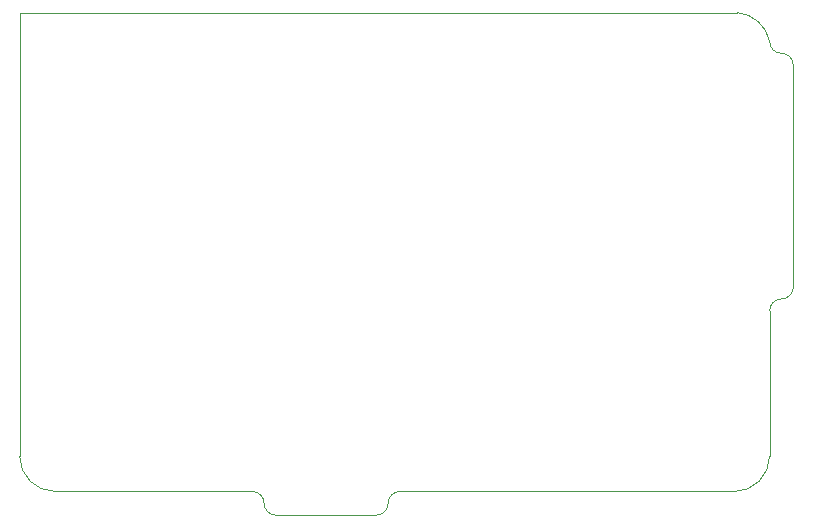
<source format=gbr>
%TF.GenerationSoftware,KiCad,Pcbnew,(5.1.6-0-10_14)*%
%TF.CreationDate,2022-04-17T17:35:50+02:00*%
%TF.ProjectId,smoke_extractor,736d6f6b-655f-4657-9874-726163746f72,rev?*%
%TF.SameCoordinates,Original*%
%TF.FileFunction,Profile,NP*%
%FSLAX46Y46*%
G04 Gerber Fmt 4.6, Leading zero omitted, Abs format (unit mm)*
G04 Created by KiCad (PCBNEW (5.1.6-0-10_14)) date 2022-04-17 17:35:50*
%MOMM*%
%LPD*%
G01*
G04 APERTURE LIST*
%TA.AperFunction,Profile*%
%ADD10C,0.050000*%
%TD*%
G04 APERTURE END LIST*
D10*
X80500000Y-38500000D02*
G75*
G02*
X79500000Y-39500000I-1000000J0D01*
G01*
X78500000Y-40500000D02*
G75*
G02*
X79500000Y-39500000I1000000J0D01*
G01*
X75700000Y-15250000D02*
X75749933Y-15250814D01*
X80500000Y-19700000D02*
X80500000Y-28000000D01*
X79500000Y-18700000D02*
G75*
G02*
X80500000Y-19700000I0J-1000000D01*
G01*
X79500000Y-18700000D02*
G75*
G02*
X78500000Y-17700000I0J1000000D01*
G01*
X80500000Y-28000000D02*
X80500000Y-38500000D01*
X78500000Y-52800000D02*
X78500000Y-40500000D01*
X47200000Y-55800000D02*
X75500000Y-55800000D01*
X34700000Y-55800000D02*
X18000000Y-55800000D01*
X45200000Y-57800000D02*
X36700000Y-57800000D01*
X46200000Y-56800000D02*
G75*
G02*
X45200000Y-57800000I-1000000J0D01*
G01*
X36700000Y-57800000D02*
G75*
G02*
X35700000Y-56800000I0J1000000D01*
G01*
X46200000Y-56800000D02*
G75*
G02*
X47200000Y-55800000I1000000J0D01*
G01*
X34700000Y-55800000D02*
G75*
G02*
X35700000Y-56800000I0J-1000000D01*
G01*
X75749933Y-15250814D02*
G75*
G02*
X78500000Y-17700000I-249933J-3049186D01*
G01*
X18000000Y-55800000D02*
G75*
G02*
X15000000Y-52800000I0J3000000D01*
G01*
X78500000Y-52800000D02*
G75*
G02*
X75500000Y-55800000I-3000000J0D01*
G01*
X15000000Y-15250000D02*
X75700000Y-15250000D01*
X15000000Y-52800000D02*
X15000000Y-15250000D01*
M02*

</source>
